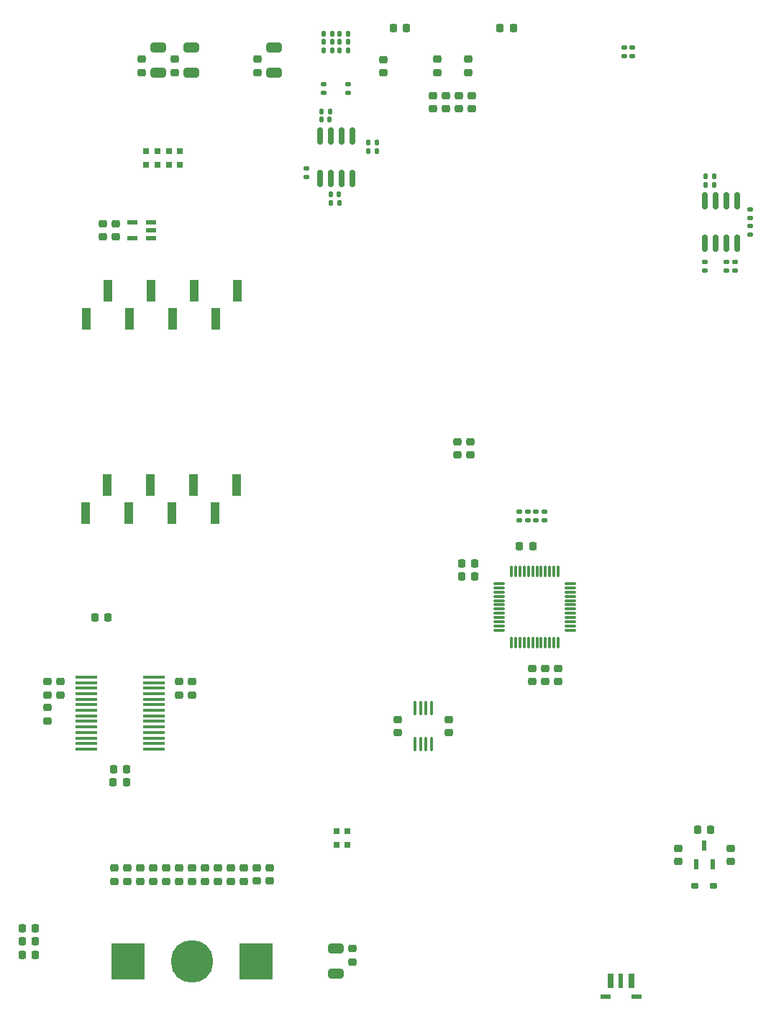
<source format=gbp>
G04 #@! TF.GenerationSoftware,KiCad,Pcbnew,9.0.0*
G04 #@! TF.CreationDate,2025-03-14T14:49:40-04:00*
G04 #@! TF.ProjectId,MiniCamel_long_rev.A,4d696e69-4361-46d6-956c-5f6c6f6e675f,2.1*
G04 #@! TF.SameCoordinates,PX16e3600PY6052340*
G04 #@! TF.FileFunction,Paste,Bot*
G04 #@! TF.FilePolarity,Positive*
%FSLAX46Y46*%
G04 Gerber Fmt 4.6, Leading zero omitted, Abs format (unit mm)*
G04 Created by KiCad (PCBNEW 9.0.0) date 2025-03-14 14:49:40*
%MOMM*%
%LPD*%
G01*
G04 APERTURE LIST*
G04 Aperture macros list*
%AMRoundRect*
0 Rectangle with rounded corners*
0 $1 Rounding radius*
0 $2 $3 $4 $5 $6 $7 $8 $9 X,Y pos of 4 corners*
0 Add a 4 corners polygon primitive as box body*
4,1,4,$2,$3,$4,$5,$6,$7,$8,$9,$2,$3,0*
0 Add four circle primitives for the rounded corners*
1,1,$1+$1,$2,$3*
1,1,$1+$1,$4,$5*
1,1,$1+$1,$6,$7*
1,1,$1+$1,$8,$9*
0 Add four rect primitives between the rounded corners*
20,1,$1+$1,$2,$3,$4,$5,0*
20,1,$1+$1,$4,$5,$6,$7,0*
20,1,$1+$1,$6,$7,$8,$9,0*
20,1,$1+$1,$8,$9,$2,$3,0*%
G04 Aperture macros list end*
%ADD10RoundRect,0.135000X-0.135000X-0.185000X0.135000X-0.185000X0.135000X0.185000X-0.135000X0.185000X0*%
%ADD11RoundRect,0.135000X0.135000X0.185000X-0.135000X0.185000X-0.135000X-0.185000X0.135000X-0.185000X0*%
%ADD12RoundRect,0.225000X-0.250000X0.225000X-0.250000X-0.225000X0.250000X-0.225000X0.250000X0.225000X0*%
%ADD13RoundRect,0.225000X-0.225000X-0.250000X0.225000X-0.250000X0.225000X0.250000X-0.225000X0.250000X0*%
%ADD14RoundRect,0.225000X0.250000X-0.225000X0.250000X0.225000X-0.250000X0.225000X-0.250000X-0.225000X0*%
%ADD15R,2.500000X0.450000*%
%ADD16RoundRect,0.218750X-0.256250X0.218750X-0.256250X-0.218750X0.256250X-0.218750X0.256250X0.218750X0*%
%ADD17RoundRect,0.140000X-0.170000X0.140000X-0.170000X-0.140000X0.170000X-0.140000X0.170000X0.140000X0*%
%ADD18R,0.700000X0.700000*%
%ADD19RoundRect,0.135000X0.185000X-0.135000X0.185000X0.135000X-0.185000X0.135000X-0.185000X-0.135000X0*%
%ADD20RoundRect,0.140000X0.140000X0.170000X-0.140000X0.170000X-0.140000X-0.170000X0.140000X-0.170000X0*%
%ADD21RoundRect,0.100000X-0.100000X0.712500X-0.100000X-0.712500X0.100000X-0.712500X0.100000X0.712500X0*%
%ADD22R,0.700000X1.800000*%
%ADD23R,0.600000X1.800000*%
%ADD24R,1.300000X0.625000*%
%ADD25RoundRect,0.250000X0.650000X-0.325000X0.650000X0.325000X-0.650000X0.325000X-0.650000X-0.325000X0*%
%ADD26RoundRect,0.150000X-0.150000X0.825000X-0.150000X-0.825000X0.150000X-0.825000X0.150000X0.825000X0*%
%ADD27RoundRect,0.135000X-0.185000X0.135000X-0.185000X-0.135000X0.185000X-0.135000X0.185000X0.135000X0*%
%ADD28R,1.000000X2.510000*%
%ADD29RoundRect,0.140000X0.170000X-0.140000X0.170000X0.140000X-0.170000X0.140000X-0.170000X-0.140000X0*%
%ADD30O,1.400000X0.300000*%
%ADD31O,0.300000X1.400000*%
%ADD32R,1.200000X0.600000*%
%ADD33RoundRect,0.175000X-0.275000X-0.175000X0.275000X-0.175000X0.275000X0.175000X-0.275000X0.175000X0*%
%ADD34RoundRect,0.225000X0.225000X0.250000X-0.225000X0.250000X-0.225000X-0.250000X0.225000X-0.250000X0*%
%ADD35RoundRect,0.250000X-0.650000X0.325000X-0.650000X-0.325000X0.650000X-0.325000X0.650000X0.325000X0*%
%ADD36R,0.600000X1.200000*%
%ADD37RoundRect,0.140000X-0.140000X-0.170000X0.140000X-0.170000X0.140000X0.170000X-0.140000X0.170000X0*%
%ADD38R,3.900000X4.200000*%
%ADD39C,5.000000*%
G04 APERTURE END LIST*
D10*
X60680000Y65620000D03*
X61700000Y65620000D03*
D11*
X62550000Y45720000D03*
X61530000Y45720000D03*
D12*
X52950000Y62595000D03*
X52950000Y61045000D03*
D13*
X25225000Y-41220000D03*
X26775000Y-41220000D03*
D14*
X76430000Y16055000D03*
X76430000Y17605000D03*
D15*
X40700000Y-10110000D03*
X40700000Y-10760000D03*
X40700000Y-11410000D03*
X40700000Y-12060000D03*
X40700000Y-12710000D03*
X40700000Y-13360000D03*
X40700000Y-14010000D03*
X40700000Y-14660000D03*
X40700000Y-15310000D03*
X40700000Y-15960000D03*
X40700000Y-16610000D03*
X40700000Y-17260000D03*
X40700000Y-17910000D03*
X40700000Y-18560000D03*
X32750000Y-18560000D03*
X32750000Y-17910000D03*
X32750000Y-17260000D03*
X32750000Y-16610000D03*
X32750000Y-15960000D03*
X32750000Y-15310000D03*
X32750000Y-14660000D03*
X32750000Y-14010000D03*
X32750000Y-13360000D03*
X32750000Y-12710000D03*
X32750000Y-12060000D03*
X32750000Y-11410000D03*
X32750000Y-10760000D03*
X32750000Y-10110000D03*
D16*
X39290000Y62607500D03*
X39290000Y61032500D03*
D13*
X33795000Y-3050000D03*
X35345000Y-3050000D03*
D17*
X58674000Y49728000D03*
X58674000Y48768000D03*
D18*
X43820000Y50210000D03*
X43820000Y51810000D03*
X42520000Y51810000D03*
X42520000Y50210000D03*
D16*
X43190000Y62607500D03*
X43190000Y61032500D03*
D12*
X67720000Y62580000D03*
X67720000Y61030000D03*
D14*
X34710000Y41675000D03*
X34710000Y43225000D03*
X45180000Y-12205000D03*
X45180000Y-10655000D03*
D12*
X73610000Y58325000D03*
X73610000Y56775000D03*
D19*
X83730000Y8330000D03*
X83730000Y9350000D03*
D12*
X75440000Y-15085000D03*
X75440000Y-16635000D03*
X36090000Y-32565000D03*
X36090000Y-34115000D03*
D20*
X62520000Y46710000D03*
X61560000Y46710000D03*
D11*
X63620000Y64620000D03*
X62600000Y64620000D03*
D21*
X71455000Y-13747500D03*
X72105000Y-13747500D03*
X72755000Y-13747500D03*
X73405000Y-13747500D03*
X73405000Y-17972500D03*
X72755000Y-17972500D03*
X72105000Y-17972500D03*
X71455000Y-17972500D03*
D22*
X96910000Y-45795000D03*
X94510000Y-45795000D03*
D23*
X95710000Y-45795000D03*
D24*
X97560000Y-47732500D03*
X93860000Y-47732500D03*
D12*
X85260000Y-9080000D03*
X85260000Y-10630000D03*
D11*
X66950000Y52780000D03*
X65930000Y52780000D03*
D12*
X76650000Y58325000D03*
X76650000Y56775000D03*
D25*
X41240000Y61025000D03*
X41240000Y63975000D03*
D19*
X86730000Y8330000D03*
X86730000Y9350000D03*
D13*
X83760000Y5310000D03*
X85310000Y5310000D03*
X81475000Y66240000D03*
X83025000Y66240000D03*
D12*
X108601015Y-30247400D03*
X108601015Y-31797400D03*
D13*
X35945000Y-22450000D03*
X37495000Y-22450000D03*
D18*
X62200000Y-28200000D03*
X62200000Y-29800000D03*
X63500000Y-29800000D03*
X63500000Y-28200000D03*
D12*
X43660000Y-10655000D03*
X43660000Y-12205000D03*
D11*
X61720000Y63630000D03*
X60700000Y63630000D03*
D26*
X105575000Y45915000D03*
X106845000Y45915000D03*
X108115000Y45915000D03*
X109385000Y45915000D03*
X109385000Y40965000D03*
X108115000Y40965000D03*
X106845000Y40965000D03*
X105575000Y40965000D03*
D14*
X77950000Y16055000D03*
X77950000Y17605000D03*
D12*
X36240000Y43230000D03*
X36240000Y41680000D03*
D20*
X106650000Y47830000D03*
X105690000Y47830000D03*
D12*
X102471485Y-30247400D03*
X102471485Y-31797400D03*
D13*
X35950000Y-20910000D03*
X37500000Y-20910000D03*
D14*
X46740000Y-34115000D03*
X46740000Y-32565000D03*
X74070000Y61050000D03*
X74070000Y62600000D03*
X43700000Y-34115000D03*
X43700000Y-32565000D03*
D13*
X104755000Y-28031866D03*
X106305000Y-28031866D03*
D11*
X61460000Y56480000D03*
X60440000Y56480000D03*
D13*
X25225000Y-39690000D03*
X26775000Y-39690000D03*
D10*
X62580000Y63630000D03*
X63600000Y63630000D03*
D12*
X28240000Y-13680000D03*
X28240000Y-15230000D03*
D27*
X96070000Y64020000D03*
X96070000Y63000000D03*
D28*
X50490000Y12535000D03*
X47950000Y9225000D03*
X45410000Y12535000D03*
X42870000Y9225000D03*
X40330000Y12535000D03*
X37790000Y9225000D03*
X35250000Y12535000D03*
X32710000Y9225000D03*
X32740000Y32070000D03*
X35280000Y35380000D03*
X37820000Y32070000D03*
X40360000Y35380000D03*
X42900000Y32070000D03*
X45440000Y35380000D03*
X47980000Y32070000D03*
X50520000Y35380000D03*
D10*
X60680000Y64620000D03*
X61700000Y64620000D03*
D29*
X105580000Y37750000D03*
X105580000Y38710000D03*
D25*
X45140000Y61025000D03*
X45140000Y63975000D03*
D19*
X84730000Y8330000D03*
X84730000Y9350000D03*
D17*
X108100000Y38710000D03*
X108100000Y37750000D03*
D13*
X25225000Y-42760000D03*
X26775000Y-42760000D03*
D30*
X89770000Y910000D03*
X89770000Y410000D03*
X89770000Y-90000D03*
X89770000Y-590000D03*
X89770000Y-1090000D03*
X89770000Y-1590000D03*
X89770000Y-2090000D03*
X89770000Y-2590000D03*
X89770000Y-3090000D03*
X89770000Y-3590000D03*
X89770000Y-4090000D03*
X89770000Y-4590000D03*
D31*
X88320000Y-6040000D03*
X87820000Y-6040000D03*
X87320000Y-6040000D03*
X86820000Y-6040000D03*
X86320000Y-6040000D03*
X85820000Y-6040000D03*
X85320000Y-6040000D03*
X84820000Y-6040000D03*
X84320000Y-6040000D03*
X83820000Y-6040000D03*
X83320000Y-6040000D03*
X82820000Y-6040000D03*
D30*
X81370000Y-4590000D03*
X81370000Y-4090000D03*
X81370000Y-3590000D03*
X81370000Y-3090000D03*
X81370000Y-2590000D03*
X81370000Y-2090000D03*
X81370000Y-1590000D03*
X81370000Y-1090000D03*
X81370000Y-590000D03*
X81370000Y-90000D03*
X81370000Y410000D03*
X81370000Y910000D03*
D31*
X82820000Y2360000D03*
X83320000Y2360000D03*
X83820000Y2360000D03*
X84320000Y2360000D03*
X84820000Y2360000D03*
X85320000Y2360000D03*
X85820000Y2360000D03*
X86320000Y2360000D03*
X86820000Y2360000D03*
X87320000Y2360000D03*
X87820000Y2360000D03*
X88320000Y2360000D03*
D12*
X48260000Y-32565000D03*
X48260000Y-34115000D03*
X39140000Y-32565000D03*
X39140000Y-34115000D03*
D26*
X60325000Y53529000D03*
X61595000Y53529000D03*
X62865000Y53529000D03*
X64135000Y53529000D03*
X64135000Y48579000D03*
X62865000Y48579000D03*
X61595000Y48579000D03*
X60325000Y48579000D03*
D19*
X97070000Y63000000D03*
X97070000Y64020000D03*
D12*
X54340000Y-32555000D03*
X54340000Y-34105000D03*
D27*
X60720000Y59680000D03*
X60720000Y58660000D03*
D12*
X75130000Y58325000D03*
X75130000Y56775000D03*
D10*
X105650000Y48830000D03*
X106670000Y48830000D03*
D14*
X40660000Y-34115000D03*
X40660000Y-32565000D03*
D12*
X45220000Y-32565000D03*
X45220000Y-34115000D03*
D32*
X40430000Y43430000D03*
X40430000Y42480000D03*
X40430000Y41530000D03*
X38230000Y41530000D03*
X38230000Y43430000D03*
D33*
X104402500Y-34662400D03*
X106602500Y-34662400D03*
D34*
X70465000Y66240000D03*
X68915000Y66240000D03*
D35*
X62160000Y-42045000D03*
X62160000Y-44995000D03*
D36*
X106480000Y-32122400D03*
X104580000Y-32122400D03*
X105530000Y-29922400D03*
D12*
X88320000Y-9075000D03*
X88320000Y-10625000D03*
D14*
X64110000Y-43615000D03*
X64110000Y-42065000D03*
D12*
X86790000Y-9075000D03*
X86790000Y-10625000D03*
X28240000Y-10655000D03*
X28240000Y-12205000D03*
X51297500Y-32560000D03*
X51297500Y-34110000D03*
D19*
X109100000Y37710000D03*
X109100000Y38730000D03*
D27*
X63560000Y59680000D03*
X63560000Y58660000D03*
D12*
X78180000Y58325000D03*
X78180000Y56775000D03*
X42180000Y-32565000D03*
X42180000Y-34115000D03*
D37*
X60470000Y55490000D03*
X61430000Y55490000D03*
D14*
X77710000Y61050000D03*
X77710000Y62600000D03*
D19*
X110930000Y43900000D03*
X110930000Y44920000D03*
D14*
X52817500Y-34105000D03*
X52817500Y-32555000D03*
D25*
X54900000Y61025000D03*
X54900000Y63975000D03*
D18*
X41120000Y50210000D03*
X41120000Y51810000D03*
X39820000Y51810000D03*
X39820000Y50210000D03*
D34*
X78505000Y1710000D03*
X76955000Y1710000D03*
D11*
X63620000Y65620000D03*
X62600000Y65620000D03*
D12*
X69460000Y-15085000D03*
X69460000Y-16635000D03*
D34*
X78505000Y3240000D03*
X76955000Y3240000D03*
D12*
X29760000Y-10655000D03*
X29760000Y-12205000D03*
D14*
X37620000Y-34115000D03*
X37620000Y-32565000D03*
D19*
X85730000Y8330000D03*
X85730000Y9350000D03*
D11*
X66950000Y51780000D03*
X65930000Y51780000D03*
D14*
X49780000Y-34115000D03*
X49780000Y-32565000D03*
D27*
X110930000Y42980000D03*
X110930000Y41960000D03*
D38*
X37669998Y-43540000D03*
X52769998Y-43540000D03*
D39*
X45219998Y-43540000D03*
M02*

</source>
